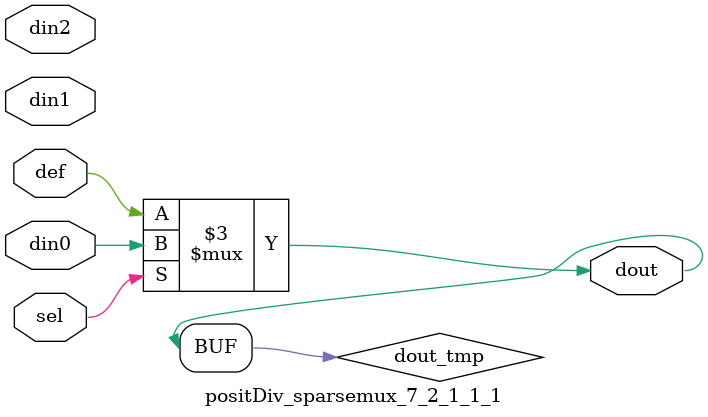
<source format=v>
`timescale 1ns / 1ps

module positDiv_sparsemux_7_2_1_1_1 (din0,din1,din2,def,sel,dout);

parameter din0_WIDTH = 1;

parameter din1_WIDTH = 1;

parameter din2_WIDTH = 1;

parameter def_WIDTH = 1;
parameter sel_WIDTH = 1;
parameter dout_WIDTH = 1;

parameter [sel_WIDTH-1:0] CASE0 = 1;

parameter [sel_WIDTH-1:0] CASE1 = 1;

parameter [sel_WIDTH-1:0] CASE2 = 1;

parameter ID = 1;
parameter NUM_STAGE = 1;



input [din0_WIDTH-1:0] din0;

input [din1_WIDTH-1:0] din1;

input [din2_WIDTH-1:0] din2;

input [def_WIDTH-1:0] def;
input [sel_WIDTH-1:0] sel;

output [dout_WIDTH-1:0] dout;



reg [dout_WIDTH-1:0] dout_tmp;


always @ (*) begin
(* parallel_case *) case (sel)
    
    CASE0 : dout_tmp = din0;
    
    CASE1 : dout_tmp = din1;
    
    CASE2 : dout_tmp = din2;
    
    default : dout_tmp = def;
endcase
end


assign dout = dout_tmp;



endmodule

</source>
